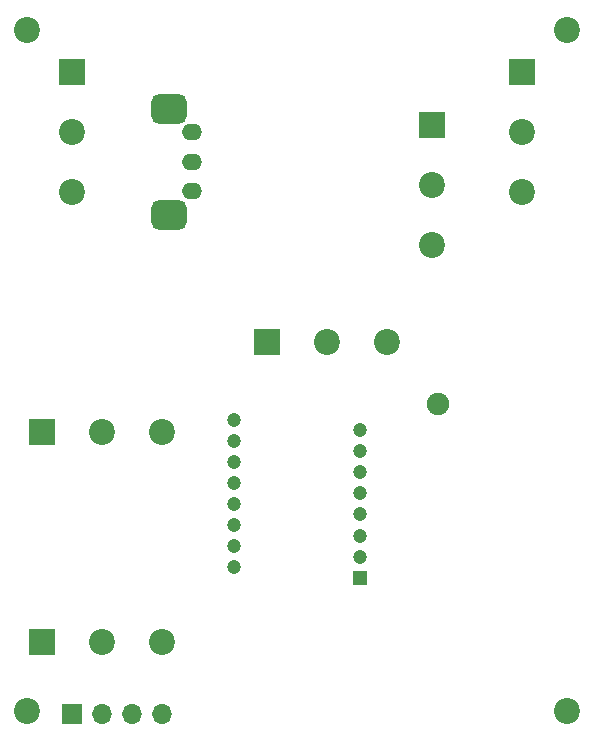
<source format=gbr>
%TF.GenerationSoftware,KiCad,Pcbnew,8.0.5*%
%TF.CreationDate,2024-10-23T01:30:24+03:00*%
%TF.ProjectId,mouse_pic,6d6f7573-655f-4706-9963-2e6b69636164,rev?*%
%TF.SameCoordinates,Original*%
%TF.FileFunction,Soldermask,Bot*%
%TF.FilePolarity,Negative*%
%FSLAX46Y46*%
G04 Gerber Fmt 4.6, Leading zero omitted, Abs format (unit mm)*
G04 Created by KiCad (PCBNEW 8.0.5) date 2024-10-23 01:30:24*
%MOMM*%
%LPD*%
G01*
G04 APERTURE LIST*
G04 Aperture macros list*
%AMRoundRect*
0 Rectangle with rounded corners*
0 $1 Rounding radius*
0 $2 $3 $4 $5 $6 $7 $8 $9 X,Y pos of 4 corners*
0 Add a 4 corners polygon primitive as box body*
4,1,4,$2,$3,$4,$5,$6,$7,$8,$9,$2,$3,0*
0 Add four circle primitives for the rounded corners*
1,1,$1+$1,$2,$3*
1,1,$1+$1,$4,$5*
1,1,$1+$1,$6,$7*
1,1,$1+$1,$8,$9*
0 Add four rect primitives between the rounded corners*
20,1,$1+$1,$2,$3,$4,$5,0*
20,1,$1+$1,$4,$5,$6,$7,0*
20,1,$1+$1,$6,$7,$8,$9,0*
20,1,$1+$1,$8,$9,$2,$3,0*%
G04 Aperture macros list end*
%ADD10C,2.200000*%
%ADD11R,2.200000X2.200000*%
%ADD12R,1.200000X1.200000*%
%ADD13C,1.200000*%
%ADD14R,1.700000X1.700000*%
%ADD15O,1.700000X1.700000*%
%ADD16RoundRect,0.625000X0.875000X-0.625000X0.875000X0.625000X-0.875000X0.625000X-0.875000X-0.625000X0*%
%ADD17O,1.700000X1.400000*%
%ADD18C,1.900000*%
G04 APERTURE END LIST*
D10*
%TO.C,REF\u002A\u002A*%
X-83490000Y25578000D03*
%TD*%
%TO.C,REF\u002A\u002A*%
X-37770000Y25578000D03*
%TD*%
%TO.C,SW2*%
X-41580000Y74600000D03*
D11*
X-41580000Y79680000D03*
D10*
X-41580000Y69520000D03*
%TD*%
%TO.C,SW3*%
X-49200000Y70155000D03*
D11*
X-49200000Y75235000D03*
D10*
X-49200000Y65075000D03*
%TD*%
D12*
%TO.C,U2*%
X-55280000Y36900000D03*
D13*
X-55280000Y38680000D03*
X-55280000Y40460000D03*
X-55280000Y42240000D03*
X-55280000Y44020000D03*
X-55280000Y45800000D03*
X-55280000Y47580000D03*
X-55280000Y49360000D03*
X-65980000Y50250000D03*
X-65980000Y48470000D03*
X-65980000Y46690000D03*
X-65980000Y44910000D03*
X-65980000Y43130000D03*
X-65980000Y41350000D03*
X-65980000Y39570000D03*
X-65980000Y37790000D03*
%TD*%
D10*
%TO.C,SW5*%
X-77140000Y49200000D03*
D11*
X-82220000Y49200000D03*
D10*
X-72060000Y49200000D03*
%TD*%
%TO.C,REF\u002A\u002A*%
X-83490000Y83236000D03*
%TD*%
%TO.C,SW6*%
X-77140000Y31420000D03*
D11*
X-82220000Y31420000D03*
D10*
X-72060000Y31420000D03*
%TD*%
%TO.C,REF\u002A\u002A*%
X-37770000Y83236000D03*
%TD*%
D14*
%TO.C,USB1*%
X-79670000Y25324000D03*
D15*
X-77130000Y25324000D03*
X-74590000Y25324000D03*
X-72050000Y25324000D03*
%TD*%
D10*
%TO.C,SW4*%
X-58090000Y56820000D03*
D11*
X-63170000Y56820000D03*
D10*
X-53010000Y56820000D03*
%TD*%
%TO.C,SW1*%
X-79680000Y74600000D03*
D11*
X-79680000Y79680000D03*
D10*
X-79680000Y69520000D03*
%TD*%
D16*
%TO.C,Encoder1*%
X-71520000Y67600000D03*
X-71520000Y76600000D03*
D17*
X-69520000Y69600000D03*
X-69520000Y72100000D03*
X-69520000Y74600000D03*
%TD*%
D18*
%TO.C,USB_BOOT1*%
X-48692000Y51613000D03*
%TD*%
M02*

</source>
